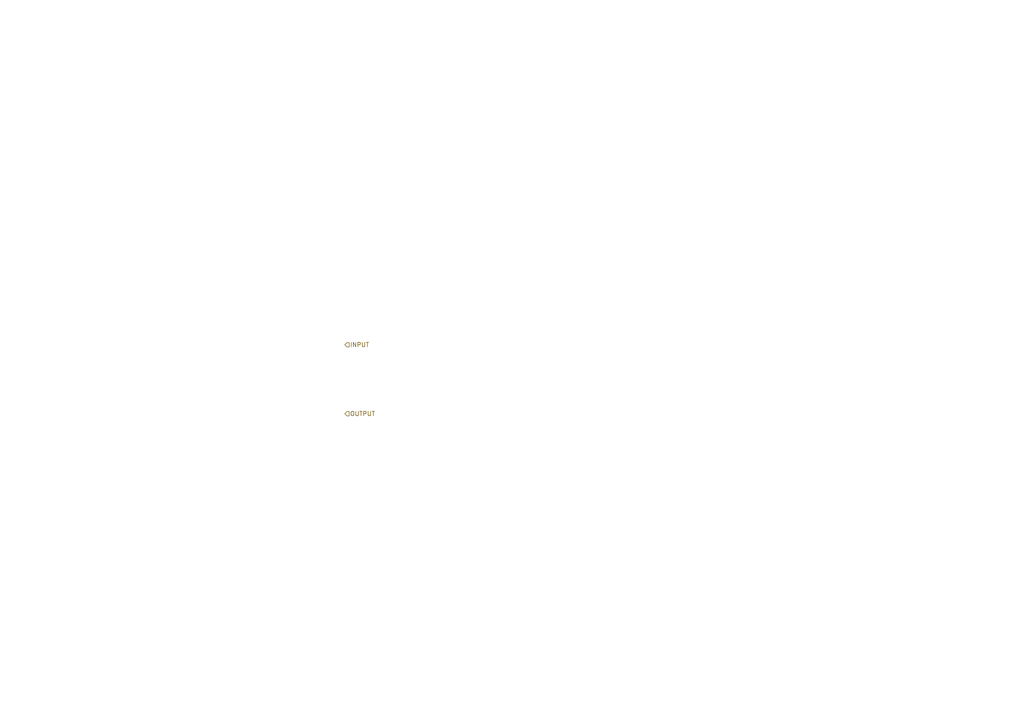
<source format=kicad_sch>
(kicad_sch
	(version 20250114)
	(generator "eeschema")
	(generator_version "9.0")
	(uuid "b33a843c-f743-41ef-b3a6-7548b872e53b")
	(paper "A4")
	(title_block
		(title "SubSheet")
	)
	(lib_symbols)
	(hierarchical_label "INPUT"
		(shape input)
		(at 100 100 0)
		(effects
			(font
				(size 1.27 1.27)
			)
			(justify left)
		)
		(uuid "942b4a72-6e4f-42ca-8f7d-3a1d6cb34365")
	)
	(hierarchical_label "OUTPUT"
		(shape input)
		(at 100 120 0)
		(effects
			(font
				(size 1.27 1.27)
			)
			(justify left)
		)
		(uuid "4ed585e5-c325-4084-b696-f07f17494f1b")
	)
	(sheet_instances
		(path "/"
			(page "1")
		)
	)
	(embedded_fonts no)
)

</source>
